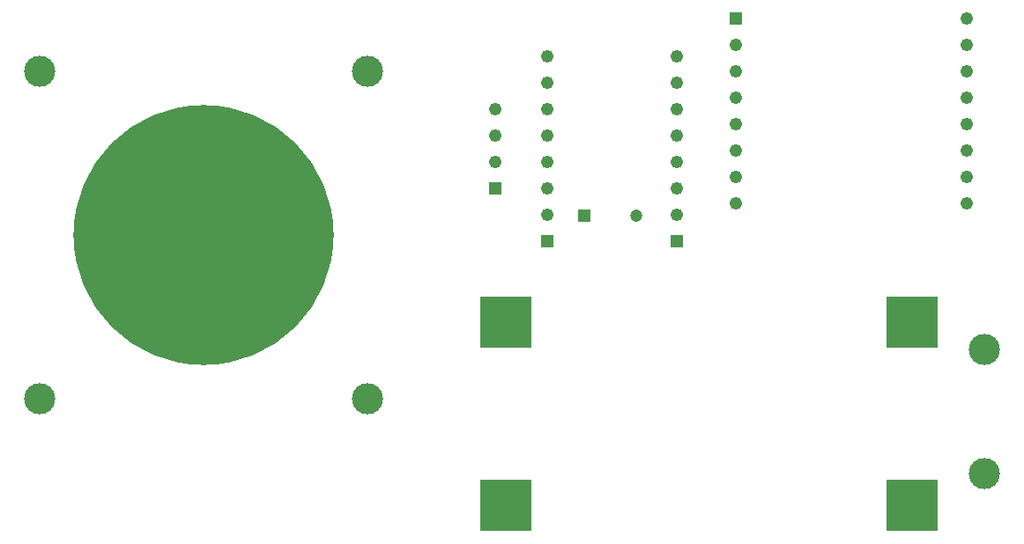
<source format=gbl>
G04*
G04 #@! TF.GenerationSoftware,Altium Limited,Altium Designer,24.6.1 (21)*
G04*
G04 Layer_Physical_Order=2*
G04 Layer_Color=16711680*
%FSLAX44Y44*%
%MOMM*%
G71*
G04*
G04 #@! TF.SameCoordinates,1207D394-1C88-4F4B-BD9F-65BECFCF712D*
G04*
G04*
G04 #@! TF.FilePolarity,Positive*
G04*
G01*
G75*
%ADD23C,25.0000*%
%ADD24C,3.0000*%
%ADD25C,1.2400*%
%ADD26R,1.2400X1.2400*%
%ADD27R,5.0000X5.0000*%
%ADD28R,1.2000X1.2000*%
%ADD29C,1.2000*%
D23*
X310000Y960000D02*
D03*
D24*
X467500Y1117500D02*
D03*
X152500D02*
D03*
X467500Y802500D02*
D03*
X152500D02*
D03*
X1060000Y850000D02*
D03*
Y730000D02*
D03*
D25*
X1043030Y1167630D02*
D03*
Y1142230D02*
D03*
Y1116830D02*
D03*
Y1091430D02*
D03*
Y1066030D02*
D03*
Y1040630D02*
D03*
Y1015230D02*
D03*
Y989830D02*
D03*
X820780Y1142230D02*
D03*
Y1116830D02*
D03*
Y1091430D02*
D03*
Y1066030D02*
D03*
Y1040630D02*
D03*
Y1015230D02*
D03*
Y989830D02*
D03*
X590000Y1055400D02*
D03*
Y1080800D02*
D03*
Y1030000D02*
D03*
X640000Y1055400D02*
D03*
Y1004600D02*
D03*
Y1030000D02*
D03*
Y1131600D02*
D03*
Y1080800D02*
D03*
Y1106200D02*
D03*
Y979200D02*
D03*
X764460Y1055400D02*
D03*
Y1004600D02*
D03*
Y1030000D02*
D03*
Y1131600D02*
D03*
Y1080800D02*
D03*
Y1106200D02*
D03*
Y979200D02*
D03*
D26*
X820780Y1167630D02*
D03*
X590000Y1004600D02*
D03*
X640000Y953800D02*
D03*
X764460D02*
D03*
D27*
X600000Y700000D02*
D03*
Y875900D02*
D03*
X990000Y700000D02*
D03*
Y875900D02*
D03*
D28*
X675000Y978730D02*
D03*
D29*
X725000D02*
D03*
M02*

</source>
